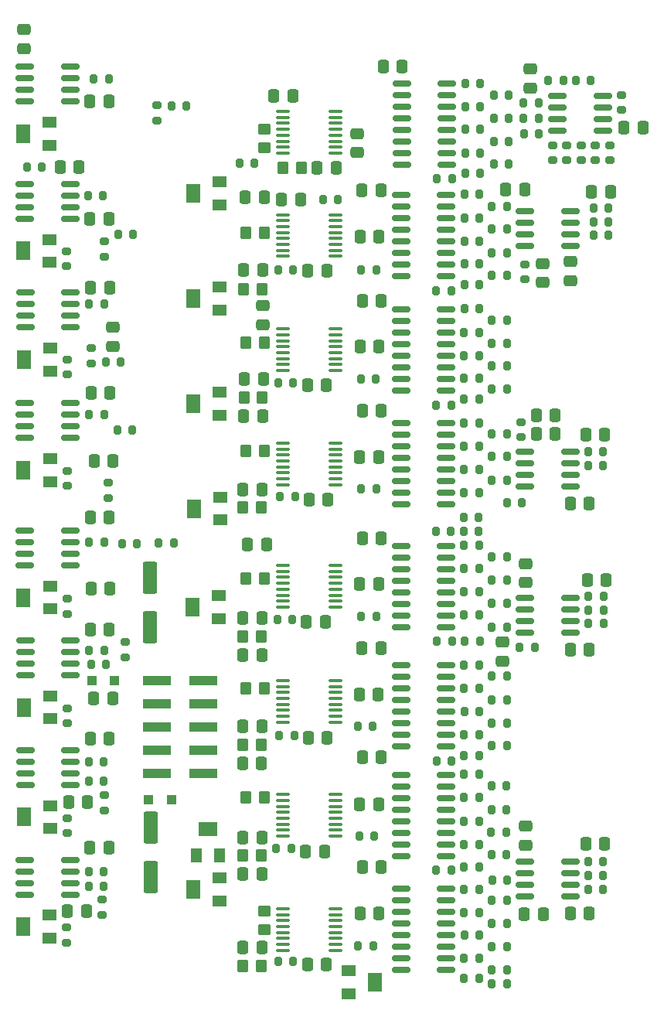
<source format=gbr>
%TF.GenerationSoftware,KiCad,Pcbnew,(6.0.1)*%
%TF.CreationDate,2023-07-08T21:36:50-07:00*%
%TF.ProjectId,pipes_sub,70697065-735f-4737-9562-2e6b69636164,rev?*%
%TF.SameCoordinates,Original*%
%TF.FileFunction,Paste,Bot*%
%TF.FilePolarity,Positive*%
%FSLAX46Y46*%
G04 Gerber Fmt 4.6, Leading zero omitted, Abs format (unit mm)*
G04 Created by KiCad (PCBNEW (6.0.1)) date 2023-07-08 21:36:50*
%MOMM*%
%LPD*%
G01*
G04 APERTURE LIST*
G04 Aperture macros list*
%AMRoundRect*
0 Rectangle with rounded corners*
0 $1 Rounding radius*
0 $2 $3 $4 $5 $6 $7 $8 $9 X,Y pos of 4 corners*
0 Add a 4 corners polygon primitive as box body*
4,1,4,$2,$3,$4,$5,$6,$7,$8,$9,$2,$3,0*
0 Add four circle primitives for the rounded corners*
1,1,$1+$1,$2,$3*
1,1,$1+$1,$4,$5*
1,1,$1+$1,$6,$7*
1,1,$1+$1,$8,$9*
0 Add four rect primitives between the rounded corners*
20,1,$1+$1,$2,$3,$4,$5,0*
20,1,$1+$1,$4,$5,$6,$7,0*
20,1,$1+$1,$6,$7,$8,$9,0*
20,1,$1+$1,$8,$9,$2,$3,0*%
G04 Aperture macros list end*
%ADD10R,1.600000X1.300000*%
%ADD11R,1.600000X2.000000*%
%ADD12RoundRect,0.200000X0.200000X0.275000X-0.200000X0.275000X-0.200000X-0.275000X0.200000X-0.275000X0*%
%ADD13RoundRect,0.200000X-0.275000X0.200000X-0.275000X-0.200000X0.275000X-0.200000X0.275000X0.200000X0*%
%ADD14RoundRect,0.150000X0.825000X0.150000X-0.825000X0.150000X-0.825000X-0.150000X0.825000X-0.150000X0*%
%ADD15RoundRect,0.250000X0.350000X0.450000X-0.350000X0.450000X-0.350000X-0.450000X0.350000X-0.450000X0*%
%ADD16RoundRect,0.200000X-0.200000X-0.275000X0.200000X-0.275000X0.200000X0.275000X-0.200000X0.275000X0*%
%ADD17RoundRect,0.250000X0.475000X-0.337500X0.475000X0.337500X-0.475000X0.337500X-0.475000X-0.337500X0*%
%ADD18RoundRect,0.250000X-0.337500X-0.475000X0.337500X-0.475000X0.337500X0.475000X-0.337500X0.475000X0*%
%ADD19RoundRect,0.250000X0.337500X0.475000X-0.337500X0.475000X-0.337500X-0.475000X0.337500X-0.475000X0*%
%ADD20RoundRect,0.250000X-0.475000X0.337500X-0.475000X-0.337500X0.475000X-0.337500X0.475000X0.337500X0*%
%ADD21RoundRect,0.100000X0.637500X0.100000X-0.637500X0.100000X-0.637500X-0.100000X0.637500X-0.100000X0*%
%ADD22R,3.150000X1.000000*%
%ADD23R,1.300000X1.600000*%
%ADD24R,2.000000X1.600000*%
%ADD25R,1.000000X1.000000*%
%ADD26RoundRect,0.250000X-0.550000X1.500000X-0.550000X-1.500000X0.550000X-1.500000X0.550000X1.500000X0*%
%ADD27RoundRect,0.250000X-0.450000X0.350000X-0.450000X-0.350000X0.450000X-0.350000X0.450000X0.350000X0*%
%ADD28RoundRect,0.200000X0.275000X-0.200000X0.275000X0.200000X-0.275000X0.200000X-0.275000X-0.200000X0*%
%ADD29RoundRect,0.250000X-0.350000X-0.450000X0.350000X-0.450000X0.350000X0.450000X-0.350000X0.450000X0*%
G04 APERTURE END LIST*
D10*
%TO.C,RV9*%
X44170000Y-103390000D03*
D11*
X41270000Y-104640000D03*
D10*
X44170000Y-105890000D03*
%TD*%
%TO.C,RV8*%
X44160000Y-139420000D03*
D11*
X41260000Y-140670000D03*
D10*
X44160000Y-141920000D03*
%TD*%
%TO.C,RV7*%
X44150000Y-65430000D03*
D11*
X41250000Y-66680000D03*
D10*
X44150000Y-67930000D03*
%TD*%
%TO.C,RV6*%
X44180000Y-89460000D03*
D11*
X41280000Y-90710000D03*
D10*
X44180000Y-91960000D03*
%TD*%
%TO.C,RV5*%
X44210000Y-127420000D03*
D11*
X41310000Y-128670000D03*
D10*
X44210000Y-129920000D03*
%TD*%
%TO.C,RV4*%
X44140000Y-52610000D03*
D11*
X41240000Y-53860000D03*
D10*
X44140000Y-55110000D03*
%TD*%
%TO.C,RV3*%
X44210000Y-77320000D03*
D11*
X41310000Y-78570000D03*
D10*
X44210000Y-79820000D03*
%TD*%
%TO.C,RV2*%
X44220000Y-115400000D03*
D11*
X41320000Y-116650000D03*
D10*
X44220000Y-117900000D03*
%TD*%
D12*
%TO.C,R138*%
X97275000Y-110100000D03*
X95625000Y-110100000D03*
%TD*%
D13*
%TO.C,R66*%
X46000000Y-140775000D03*
X46000000Y-142425000D03*
%TD*%
D14*
%TO.C,U3*%
X87675000Y-48355000D03*
X87675000Y-49625000D03*
X87675000Y-50895000D03*
X87675000Y-52165000D03*
X87675000Y-53435000D03*
X87675000Y-54705000D03*
X87675000Y-55975000D03*
X87675000Y-57245000D03*
X82725000Y-57245000D03*
X82725000Y-55975000D03*
X82725000Y-54705000D03*
X82725000Y-53435000D03*
X82725000Y-52165000D03*
X82725000Y-50895000D03*
X82725000Y-49625000D03*
X82725000Y-48355000D03*
%TD*%
D15*
%TO.C,R36*%
X67650000Y-126550000D03*
X65650000Y-126550000D03*
%TD*%
D12*
%TO.C,R39*%
X70725000Y-107000000D03*
X69075000Y-107000000D03*
%TD*%
D16*
%TO.C,R82*%
X89575000Y-65600000D03*
X91225000Y-65600000D03*
%TD*%
%TO.C,R27*%
X89525000Y-78150000D03*
X91175000Y-78150000D03*
%TD*%
D17*
%TO.C,C8*%
X96800000Y-48837500D03*
X96800000Y-46762500D03*
%TD*%
D18*
%TO.C,C28*%
X72262500Y-107300000D03*
X74337500Y-107300000D03*
%TD*%
D19*
%TO.C,C9*%
X109137500Y-53230000D03*
X107062500Y-53230000D03*
%TD*%
D16*
%TO.C,R63*%
X48425000Y-134650000D03*
X50075000Y-134650000D03*
%TD*%
D13*
%TO.C,R14*%
X100790000Y-55115000D03*
X100790000Y-56765000D03*
%TD*%
D19*
%TO.C,C40*%
X67387500Y-110900000D03*
X65312500Y-110900000D03*
%TD*%
D16*
%TO.C,R105*%
X92525000Y-132800000D03*
X94175000Y-132800000D03*
%TD*%
D13*
%TO.C,R158*%
X52400000Y-109525000D03*
X52400000Y-111175000D03*
%TD*%
D16*
%TO.C,R79*%
X89575000Y-63100000D03*
X91225000Y-63100000D03*
%TD*%
D12*
%TO.C,R30*%
X70835000Y-68770000D03*
X69185000Y-68770000D03*
%TD*%
D16*
%TO.C,R47*%
X48445000Y-72520000D03*
X50095000Y-72520000D03*
%TD*%
%TO.C,R137*%
X92625000Y-135550000D03*
X94275000Y-135550000D03*
%TD*%
D13*
%TO.C,R98*%
X95750000Y-85425000D03*
X95750000Y-87075000D03*
%TD*%
D12*
%TO.C,R78*%
X104775000Y-88650000D03*
X103125000Y-88650000D03*
%TD*%
D16*
%TO.C,R73*%
X89525000Y-80650000D03*
X91175000Y-80650000D03*
%TD*%
D10*
%TO.C,RV17*%
X62700000Y-104450000D03*
D11*
X59800000Y-105700000D03*
D10*
X62700000Y-106950000D03*
%TD*%
D12*
%TO.C,R76*%
X104775000Y-90200000D03*
X103125000Y-90200000D03*
%TD*%
D10*
%TO.C,RV13*%
X62850000Y-93650000D03*
D11*
X59950000Y-94900000D03*
D10*
X62850000Y-96150000D03*
%TD*%
D15*
%TO.C,R32*%
X67650000Y-88550000D03*
X65650000Y-88550000D03*
%TD*%
D16*
%TO.C,R143*%
X89675000Y-58150000D03*
X91325000Y-58150000D03*
%TD*%
D19*
%TO.C,C57*%
X50637500Y-63150000D03*
X48562500Y-63150000D03*
%TD*%
D14*
%TO.C,U38*%
X101175000Y-104695000D03*
X101175000Y-105965000D03*
X101175000Y-107235000D03*
X101175000Y-108505000D03*
X96225000Y-108505000D03*
X96225000Y-107235000D03*
X96225000Y-105965000D03*
X96225000Y-104695000D03*
%TD*%
D18*
%TO.C,C64*%
X48612500Y-108120000D03*
X50687500Y-108120000D03*
%TD*%
D12*
%TO.C,R38*%
X70825000Y-144500000D03*
X69175000Y-144500000D03*
%TD*%
D13*
%TO.C,R13*%
X99210000Y-55115000D03*
X99210000Y-56765000D03*
%TD*%
D18*
%TO.C,C52*%
X78150000Y-139250000D03*
X80225000Y-139250000D03*
%TD*%
D19*
%TO.C,C36*%
X80467500Y-84140000D03*
X78392500Y-84140000D03*
%TD*%
D13*
%TO.C,R50*%
X46100000Y-116775000D03*
X46100000Y-118425000D03*
%TD*%
D17*
%TO.C,C12*%
X101200000Y-69937500D03*
X101200000Y-67862500D03*
%TD*%
D18*
%TO.C,C27*%
X72362500Y-144800000D03*
X74437500Y-144800000D03*
%TD*%
D19*
%TO.C,C10*%
X103237500Y-94350000D03*
X101162500Y-94350000D03*
%TD*%
D18*
%TO.C,C75*%
X96112500Y-139300000D03*
X98187500Y-139300000D03*
%TD*%
D17*
%TO.C,C54*%
X41300000Y-44537500D03*
X41300000Y-42462500D03*
%TD*%
D20*
%TO.C,C1*%
X77800000Y-53862500D03*
X77800000Y-55937500D03*
%TD*%
D21*
%TO.C,U10*%
X75422500Y-87725000D03*
X75422500Y-88375000D03*
X75422500Y-89025000D03*
X75422500Y-89675000D03*
X75422500Y-90325000D03*
X75422500Y-90975000D03*
X75422500Y-91625000D03*
X75422500Y-92275000D03*
X69697500Y-92275000D03*
X69697500Y-91625000D03*
X69697500Y-90975000D03*
X69697500Y-90325000D03*
X69697500Y-89675000D03*
X69697500Y-89025000D03*
X69697500Y-88375000D03*
X69697500Y-87725000D03*
%TD*%
D14*
%TO.C,U9*%
X101175000Y-88655000D03*
X101175000Y-89925000D03*
X101175000Y-91195000D03*
X101175000Y-92465000D03*
X96225000Y-92465000D03*
X96225000Y-91195000D03*
X96225000Y-89925000D03*
X96225000Y-88655000D03*
%TD*%
D16*
%TO.C,R7*%
X92775000Y-52165000D03*
X94425000Y-52165000D03*
%TD*%
%TO.C,R108*%
X89525000Y-106550000D03*
X91175000Y-106550000D03*
%TD*%
%TO.C,R65*%
X48455000Y-98580000D03*
X50105000Y-98580000D03*
%TD*%
%TO.C,R114*%
X89525000Y-124000000D03*
X91175000Y-124000000D03*
%TD*%
D19*
%TO.C,C41*%
X67337500Y-122750000D03*
X65262500Y-122750000D03*
%TD*%
D14*
%TO.C,U19*%
X87585000Y-98955000D03*
X87585000Y-100225000D03*
X87585000Y-101495000D03*
X87585000Y-102765000D03*
X87585000Y-104035000D03*
X87585000Y-105305000D03*
X87585000Y-106575000D03*
X87585000Y-107845000D03*
X82635000Y-107845000D03*
X82635000Y-106575000D03*
X82635000Y-105305000D03*
X82635000Y-104035000D03*
X82635000Y-102765000D03*
X82635000Y-101495000D03*
X82635000Y-100225000D03*
X82635000Y-98955000D03*
%TD*%
D22*
%TO.C,J2*%
X60975000Y-113770000D03*
X55925000Y-113770000D03*
X60975000Y-116310000D03*
X55925000Y-116310000D03*
X60975000Y-118850000D03*
X55925000Y-118850000D03*
X60975000Y-121390000D03*
X55925000Y-121390000D03*
X60975000Y-123930000D03*
X55925000Y-123930000D03*
%TD*%
D23*
%TO.C,RV10*%
X62750000Y-132850000D03*
D24*
X61500000Y-129950000D03*
D23*
X60250000Y-132850000D03*
%TD*%
D16*
%TO.C,R135*%
X92575000Y-118350000D03*
X94225000Y-118350000D03*
%TD*%
D12*
%TO.C,R29*%
X71025000Y-93600000D03*
X69375000Y-93600000D03*
%TD*%
D21*
%TO.C,U17*%
X75422500Y-101125000D03*
X75422500Y-101775000D03*
X75422500Y-102425000D03*
X75422500Y-103075000D03*
X75422500Y-103725000D03*
X75422500Y-104375000D03*
X75422500Y-105025000D03*
X75422500Y-105675000D03*
X69697500Y-105675000D03*
X69697500Y-105025000D03*
X69697500Y-104375000D03*
X69697500Y-103725000D03*
X69697500Y-103075000D03*
X69697500Y-102425000D03*
X69697500Y-101775000D03*
X69697500Y-101125000D03*
%TD*%
D19*
%TO.C,C23*%
X67387500Y-92800000D03*
X65312500Y-92800000D03*
%TD*%
D16*
%TO.C,R70*%
X92775000Y-54700000D03*
X94425000Y-54700000D03*
%TD*%
D12*
%TO.C,R161*%
X51925000Y-78850000D03*
X50275000Y-78850000D03*
%TD*%
%TO.C,R20*%
X70925000Y-119700000D03*
X69275000Y-119700000D03*
%TD*%
D15*
%TO.C,R43*%
X67300000Y-108900000D03*
X65300000Y-108900000D03*
%TD*%
D19*
%TO.C,C42*%
X80447500Y-110140000D03*
X78372500Y-110140000D03*
%TD*%
D18*
%TO.C,C56*%
X45292500Y-57530000D03*
X47367500Y-57530000D03*
%TD*%
D12*
%TO.C,R71*%
X105375000Y-63500000D03*
X103725000Y-63500000D03*
%TD*%
D19*
%TO.C,C3*%
X105575000Y-60200000D03*
X103500000Y-60200000D03*
%TD*%
D21*
%TO.C,U12*%
X75422500Y-126205000D03*
X75422500Y-126855000D03*
X75422500Y-127505000D03*
X75422500Y-128155000D03*
X75422500Y-128805000D03*
X75422500Y-129455000D03*
X75422500Y-130105000D03*
X75422500Y-130755000D03*
X69697500Y-130755000D03*
X69697500Y-130105000D03*
X69697500Y-129455000D03*
X69697500Y-128805000D03*
X69697500Y-128155000D03*
X69697500Y-127505000D03*
X69697500Y-126855000D03*
X69697500Y-126205000D03*
%TD*%
D19*
%TO.C,C61*%
X51070000Y-89700000D03*
X48995000Y-89700000D03*
%TD*%
D16*
%TO.C,R87*%
X92575000Y-61800000D03*
X94225000Y-61800000D03*
%TD*%
D19*
%TO.C,C26*%
X103237500Y-139200000D03*
X101162500Y-139200000D03*
%TD*%
D16*
%TO.C,R86*%
X89525000Y-90600000D03*
X91175000Y-90600000D03*
%TD*%
D18*
%TO.C,C15*%
X72362500Y-81400000D03*
X74437500Y-81400000D03*
%TD*%
D16*
%TO.C,R46*%
X78225000Y-80750000D03*
X79875000Y-80750000D03*
%TD*%
%TO.C,R141*%
X86575000Y-58800000D03*
X88225000Y-58800000D03*
%TD*%
D15*
%TO.C,R41*%
X67300000Y-144950000D03*
X65300000Y-144950000D03*
%TD*%
D16*
%TO.C,R75*%
X92575000Y-79300000D03*
X94225000Y-79300000D03*
%TD*%
%TO.C,R153*%
X89525000Y-146300000D03*
X91175000Y-146300000D03*
%TD*%
D18*
%TO.C,C20*%
X72562500Y-93900000D03*
X74637500Y-93900000D03*
%TD*%
D16*
%TO.C,R74*%
X89550000Y-73000000D03*
X91200000Y-73000000D03*
%TD*%
D19*
%TO.C,C70*%
X104937500Y-86800000D03*
X102862500Y-86800000D03*
%TD*%
D16*
%TO.C,R19*%
X92575000Y-76850000D03*
X94225000Y-76850000D03*
%TD*%
D25*
%TO.C,D1*%
X51250000Y-113700000D03*
X48750000Y-113700000D03*
%TD*%
D21*
%TO.C,U4*%
X75422500Y-113725000D03*
X75422500Y-114375000D03*
X75422500Y-115025000D03*
X75422500Y-115675000D03*
X75422500Y-116325000D03*
X75422500Y-116975000D03*
X75422500Y-117625000D03*
X75422500Y-118275000D03*
X69697500Y-118275000D03*
X69697500Y-117625000D03*
X69697500Y-116975000D03*
X69697500Y-116325000D03*
X69697500Y-115675000D03*
X69697500Y-115025000D03*
X69697500Y-114375000D03*
X69697500Y-113725000D03*
%TD*%
D17*
%TO.C,C59*%
X51100000Y-77137500D03*
X51100000Y-75062500D03*
%TD*%
D16*
%TO.C,R155*%
X92575000Y-146950000D03*
X94225000Y-146950000D03*
%TD*%
D12*
%TO.C,R21*%
X70825000Y-81100000D03*
X69175000Y-81100000D03*
%TD*%
D16*
%TO.C,R102*%
X89525000Y-104000000D03*
X91175000Y-104000000D03*
%TD*%
D17*
%TO.C,C31*%
X67500000Y-74775000D03*
X67500000Y-72700000D03*
%TD*%
D19*
%TO.C,C55*%
X50637500Y-50350000D03*
X48562500Y-50350000D03*
%TD*%
D18*
%TO.C,C48*%
X69562500Y-61100000D03*
X71637500Y-61100000D03*
%TD*%
D16*
%TO.C,R53*%
X78075000Y-130750000D03*
X79725000Y-130750000D03*
%TD*%
%TO.C,R115*%
X92500000Y-130350000D03*
X94150000Y-130350000D03*
%TD*%
D13*
%TO.C,R1*%
X106750000Y-49625000D03*
X106750000Y-51275000D03*
%TD*%
D16*
%TO.C,R122*%
X89550000Y-141600000D03*
X91200000Y-141600000D03*
%TD*%
%TO.C,R127*%
X92575000Y-137750000D03*
X94225000Y-137750000D03*
%TD*%
%TO.C,R145*%
X86475000Y-71050000D03*
X88125000Y-71050000D03*
%TD*%
D13*
%TO.C,R59*%
X46050000Y-128775000D03*
X46050000Y-130425000D03*
%TD*%
D10*
%TO.C,RV11*%
X62750000Y-82150000D03*
D11*
X59850000Y-83400000D03*
D10*
X62750000Y-84650000D03*
%TD*%
D14*
%TO.C,U31*%
X46375000Y-59355000D03*
X46375000Y-60625000D03*
X46375000Y-61895000D03*
X46375000Y-63165000D03*
X41425000Y-63165000D03*
X41425000Y-61895000D03*
X41425000Y-60625000D03*
X41425000Y-59355000D03*
%TD*%
D26*
%TO.C,C29*%
X55150000Y-102500000D03*
X55150000Y-107900000D03*
%TD*%
D16*
%TO.C,R45*%
X48475000Y-110450000D03*
X50125000Y-110450000D03*
%TD*%
D17*
%TO.C,C19*%
X96250000Y-131737500D03*
X96250000Y-129662500D03*
%TD*%
D16*
%TO.C,R85*%
X89500000Y-95850000D03*
X91150000Y-95850000D03*
%TD*%
D12*
%TO.C,R139*%
X100425000Y-48000000D03*
X98775000Y-48000000D03*
%TD*%
D16*
%TO.C,R100*%
X92575000Y-102750000D03*
X94225000Y-102750000D03*
%TD*%
D12*
%TO.C,R12*%
X97725000Y-53860000D03*
X96075000Y-53860000D03*
%TD*%
D10*
%TO.C,RV14*%
X62750000Y-70650000D03*
D11*
X59850000Y-71900000D03*
D10*
X62750000Y-73150000D03*
%TD*%
D16*
%TO.C,R101*%
X92575000Y-107850000D03*
X94225000Y-107850000D03*
%TD*%
%TO.C,R129*%
X89525000Y-136550000D03*
X91175000Y-136550000D03*
%TD*%
D15*
%TO.C,R26*%
X67450000Y-82750000D03*
X65450000Y-82750000D03*
%TD*%
D18*
%TO.C,C14*%
X72462500Y-120000000D03*
X74537500Y-120000000D03*
%TD*%
D10*
%TO.C,RV1*%
X62750000Y-59150000D03*
D11*
X59850000Y-60400000D03*
D10*
X62750000Y-61650000D03*
%TD*%
D14*
%TO.C,U13*%
X87585000Y-85555000D03*
X87585000Y-86825000D03*
X87585000Y-88095000D03*
X87585000Y-89365000D03*
X87585000Y-90635000D03*
X87585000Y-91905000D03*
X87585000Y-93175000D03*
X87585000Y-94445000D03*
X82635000Y-94445000D03*
X82635000Y-93175000D03*
X82635000Y-91905000D03*
X82635000Y-90635000D03*
X82635000Y-89365000D03*
X82635000Y-88095000D03*
X82635000Y-86825000D03*
X82635000Y-85555000D03*
%TD*%
D16*
%TO.C,R49*%
X48975000Y-47850000D03*
X50625000Y-47850000D03*
%TD*%
D14*
%TO.C,U30*%
X46405000Y-83335000D03*
X46405000Y-84605000D03*
X46405000Y-85875000D03*
X46405000Y-87145000D03*
X41455000Y-87145000D03*
X41455000Y-85875000D03*
X41455000Y-84605000D03*
X41455000Y-83335000D03*
%TD*%
D12*
%TO.C,R3*%
X66575000Y-57100000D03*
X64925000Y-57100000D03*
%TD*%
D16*
%TO.C,R142*%
X86475000Y-83550000D03*
X88125000Y-83550000D03*
%TD*%
%TO.C,R125*%
X92575000Y-120850000D03*
X94225000Y-120850000D03*
%TD*%
D19*
%TO.C,C44*%
X67387500Y-134900000D03*
X65312500Y-134900000D03*
%TD*%
D18*
%TO.C,C62*%
X48592500Y-95870000D03*
X50667500Y-95870000D03*
%TD*%
D16*
%TO.C,R62*%
X77925000Y-142750000D03*
X79575000Y-142750000D03*
%TD*%
D27*
%TO.C,R40*%
X67650000Y-139000000D03*
X67650000Y-141000000D03*
%TD*%
D12*
%TO.C,R168*%
X50075000Y-136250000D03*
X48425000Y-136250000D03*
%TD*%
D15*
%TO.C,R34*%
X67650000Y-64700000D03*
X65650000Y-64700000D03*
%TD*%
D16*
%TO.C,R44*%
X77875000Y-118700000D03*
X79525000Y-118700000D03*
%TD*%
%TO.C,R8*%
X92775000Y-57200000D03*
X94425000Y-57200000D03*
%TD*%
D12*
%TO.C,R140*%
X103425000Y-48000000D03*
X101775000Y-48000000D03*
%TD*%
D14*
%TO.C,U18*%
X87585000Y-136535000D03*
X87585000Y-137805000D03*
X87585000Y-139075000D03*
X87585000Y-140345000D03*
X87585000Y-141615000D03*
X87585000Y-142885000D03*
X87585000Y-144155000D03*
X87585000Y-145425000D03*
X82635000Y-145425000D03*
X82635000Y-144155000D03*
X82635000Y-142885000D03*
X82635000Y-141615000D03*
X82635000Y-140345000D03*
X82635000Y-139075000D03*
X82635000Y-137805000D03*
X82635000Y-136535000D03*
%TD*%
D16*
%TO.C,R128*%
X89525000Y-144150000D03*
X91175000Y-144150000D03*
%TD*%
D18*
%TO.C,C58*%
X48642500Y-70680000D03*
X50717500Y-70680000D03*
%TD*%
D19*
%TO.C,C7*%
X82737500Y-46500000D03*
X80662500Y-46500000D03*
%TD*%
%TO.C,C65*%
X51057500Y-115710000D03*
X48982500Y-115710000D03*
%TD*%
D28*
%TO.C,R164*%
X50100000Y-67325000D03*
X50100000Y-65675000D03*
%TD*%
D18*
%TO.C,C60*%
X48662500Y-82240000D03*
X50737500Y-82240000D03*
%TD*%
D16*
%TO.C,R120*%
X92575000Y-140300000D03*
X94225000Y-140300000D03*
%TD*%
%TO.C,R90*%
X92575000Y-66900000D03*
X94225000Y-66900000D03*
%TD*%
D12*
%TO.C,R162*%
X50075000Y-124700000D03*
X48425000Y-124700000D03*
%TD*%
D28*
%TO.C,R163*%
X50600000Y-93725000D03*
X50600000Y-92075000D03*
%TD*%
D14*
%TO.C,U39*%
X101175000Y-133520000D03*
X101175000Y-134790000D03*
X101175000Y-136060000D03*
X101175000Y-137330000D03*
X96225000Y-137330000D03*
X96225000Y-136060000D03*
X96225000Y-134790000D03*
X96225000Y-133520000D03*
%TD*%
D12*
%TO.C,R160*%
X50325000Y-111950000D03*
X48675000Y-111950000D03*
%TD*%
D16*
%TO.C,R126*%
X89550000Y-117100000D03*
X91200000Y-117100000D03*
%TD*%
D18*
%TO.C,C11*%
X97462500Y-86750000D03*
X99537500Y-86750000D03*
%TD*%
D16*
%TO.C,R107*%
X92575000Y-100150000D03*
X94225000Y-100150000D03*
%TD*%
D28*
%TO.C,R159*%
X48700000Y-78975000D03*
X48700000Y-77325000D03*
%TD*%
D19*
%TO.C,C6*%
X70787500Y-49750000D03*
X68712500Y-49750000D03*
%TD*%
D12*
%TO.C,R77*%
X105375000Y-62000000D03*
X103725000Y-62000000D03*
%TD*%
D17*
%TO.C,C71*%
X98150000Y-70137500D03*
X98150000Y-68062500D03*
%TD*%
D16*
%TO.C,R18*%
X89525000Y-75600000D03*
X91175000Y-75600000D03*
%TD*%
D28*
%TO.C,R166*%
X50100000Y-127925000D03*
X50100000Y-126275000D03*
%TD*%
D16*
%TO.C,R112*%
X92525000Y-125250000D03*
X94175000Y-125250000D03*
%TD*%
D19*
%TO.C,C25*%
X67387500Y-130900000D03*
X65312500Y-130900000D03*
%TD*%
%TO.C,C63*%
X50737500Y-103650000D03*
X48662500Y-103650000D03*
%TD*%
D16*
%TO.C,R55*%
X78275000Y-92700000D03*
X79925000Y-92700000D03*
%TD*%
D14*
%TO.C,U14*%
X87585000Y-124035000D03*
X87585000Y-125305000D03*
X87585000Y-126575000D03*
X87585000Y-127845000D03*
X87585000Y-129115000D03*
X87585000Y-130385000D03*
X87585000Y-131655000D03*
X87585000Y-132925000D03*
X82635000Y-132925000D03*
X82635000Y-131655000D03*
X82635000Y-130385000D03*
X82635000Y-129115000D03*
X82635000Y-127845000D03*
X82635000Y-126575000D03*
X82635000Y-125305000D03*
X82635000Y-124035000D03*
%TD*%
D12*
%TO.C,R136*%
X104825000Y-107500000D03*
X103175000Y-107500000D03*
%TD*%
D18*
%TO.C,C50*%
X78112500Y-89250000D03*
X80187500Y-89250000D03*
%TD*%
%TO.C,C18*%
X65462500Y-80750000D03*
X67537500Y-80750000D03*
%TD*%
D17*
%TO.C,C13*%
X96250000Y-102987500D03*
X96250000Y-100912500D03*
%TD*%
D18*
%TO.C,C49*%
X78112500Y-127250000D03*
X80187500Y-127250000D03*
%TD*%
D16*
%TO.C,R48*%
X74075000Y-61100000D03*
X75725000Y-61100000D03*
%TD*%
D19*
%TO.C,C38*%
X67387500Y-106900000D03*
X65312500Y-106900000D03*
%TD*%
D21*
%TO.C,U1*%
X75422500Y-51425000D03*
X75422500Y-52075000D03*
X75422500Y-52725000D03*
X75422500Y-53375000D03*
X75422500Y-54025000D03*
X75422500Y-54675000D03*
X75422500Y-55325000D03*
X75422500Y-55975000D03*
X69697500Y-55975000D03*
X69697500Y-55325000D03*
X69697500Y-54675000D03*
X69697500Y-54025000D03*
X69697500Y-53375000D03*
X69697500Y-52725000D03*
X69697500Y-52075000D03*
X69697500Y-51425000D03*
%TD*%
D19*
%TO.C,C33*%
X67487500Y-84750000D03*
X65412500Y-84750000D03*
%TD*%
D18*
%TO.C,C66*%
X48592500Y-120050000D03*
X50667500Y-120050000D03*
%TD*%
D16*
%TO.C,R54*%
X48425000Y-122650000D03*
X50075000Y-122650000D03*
%TD*%
D21*
%TO.C,U5*%
X75422500Y-75225000D03*
X75422500Y-75875000D03*
X75422500Y-76525000D03*
X75422500Y-77175000D03*
X75422500Y-77825000D03*
X75422500Y-78475000D03*
X75422500Y-79125000D03*
X75422500Y-79775000D03*
X69697500Y-79775000D03*
X69697500Y-79125000D03*
X69697500Y-78475000D03*
X69697500Y-77825000D03*
X69697500Y-77175000D03*
X69697500Y-76525000D03*
X69697500Y-75875000D03*
X69697500Y-75225000D03*
%TD*%
D19*
%TO.C,C45*%
X80457500Y-134130000D03*
X78382500Y-134130000D03*
%TD*%
D18*
%TO.C,C21*%
X72442500Y-68860000D03*
X74517500Y-68860000D03*
%TD*%
D16*
%TO.C,R171*%
X52075000Y-98700000D03*
X53725000Y-98700000D03*
%TD*%
%TO.C,R57*%
X78275000Y-68800000D03*
X79925000Y-68800000D03*
%TD*%
D18*
%TO.C,C51*%
X78122500Y-65140000D03*
X80197500Y-65140000D03*
%TD*%
D19*
%TO.C,C34*%
X80467500Y-72160000D03*
X78392500Y-72160000D03*
%TD*%
D12*
%TO.C,R169*%
X57725000Y-98650000D03*
X56075000Y-98650000D03*
%TD*%
D18*
%TO.C,C22*%
X72162500Y-132400000D03*
X74237500Y-132400000D03*
%TD*%
D10*
%TO.C,RV15*%
X62787500Y-135350000D03*
D11*
X59887500Y-136600000D03*
D10*
X62787500Y-137850000D03*
%TD*%
D15*
%TO.C,R35*%
X67410000Y-70850000D03*
X65410000Y-70850000D03*
%TD*%
D18*
%TO.C,C24*%
X65392500Y-68790000D03*
X67467500Y-68790000D03*
%TD*%
D15*
%TO.C,R42*%
X67650000Y-102550000D03*
X65650000Y-102550000D03*
%TD*%
D28*
%TO.C,R97*%
X96200000Y-69825000D03*
X96200000Y-68175000D03*
%TD*%
D16*
%TO.C,R68*%
X89675000Y-56000000D03*
X91325000Y-56000000D03*
%TD*%
%TO.C,R154*%
X86525000Y-122500000D03*
X88175000Y-122500000D03*
%TD*%
%TO.C,R84*%
X92575000Y-89200000D03*
X94225000Y-89200000D03*
%TD*%
%TO.C,R69*%
X89675000Y-48370000D03*
X91325000Y-48370000D03*
%TD*%
D12*
%TO.C,R11*%
X97715000Y-52210000D03*
X96065000Y-52210000D03*
%TD*%
D16*
%TO.C,R72*%
X92575000Y-74300000D03*
X94225000Y-74300000D03*
%TD*%
D14*
%TO.C,U6*%
X101175000Y-62295000D03*
X101175000Y-63565000D03*
X101175000Y-64835000D03*
X101175000Y-66105000D03*
X96225000Y-66105000D03*
X96225000Y-64835000D03*
X96225000Y-63565000D03*
X96225000Y-62295000D03*
%TD*%
D15*
%TO.C,R33*%
X67300000Y-94800000D03*
X65300000Y-94800000D03*
%TD*%
D27*
%TO.C,R4*%
X67700000Y-53400000D03*
X67700000Y-55400000D03*
%TD*%
D19*
%TO.C,C30*%
X67657500Y-60810000D03*
X65582500Y-60810000D03*
%TD*%
D13*
%TO.C,R51*%
X46060000Y-78575000D03*
X46060000Y-80225000D03*
%TD*%
D26*
%TO.C,C4*%
X55250000Y-129800000D03*
X55250000Y-135200000D03*
%TD*%
D12*
%TO.C,R118*%
X104775000Y-133500000D03*
X103125000Y-133500000D03*
%TD*%
D16*
%TO.C,R134*%
X89525000Y-112050000D03*
X91175000Y-112050000D03*
%TD*%
%TO.C,R81*%
X92575000Y-69400000D03*
X94225000Y-69400000D03*
%TD*%
D14*
%TO.C,U25*%
X46375000Y-46545000D03*
X46375000Y-47815000D03*
X46375000Y-49085000D03*
X46375000Y-50355000D03*
X41425000Y-50355000D03*
X41425000Y-49085000D03*
X41425000Y-47815000D03*
X41425000Y-46545000D03*
%TD*%
D16*
%TO.C,R121*%
X92575000Y-145400000D03*
X94225000Y-145400000D03*
%TD*%
%TO.C,R92*%
X92575000Y-86750000D03*
X94225000Y-86750000D03*
%TD*%
%TO.C,R123*%
X89525000Y-114600000D03*
X91175000Y-114600000D03*
%TD*%
%TO.C,R146*%
X86425000Y-97400000D03*
X88075000Y-97400000D03*
%TD*%
%TO.C,R93*%
X89525000Y-93150000D03*
X91175000Y-93150000D03*
%TD*%
%TO.C,R103*%
X89525000Y-126550000D03*
X91175000Y-126550000D03*
%TD*%
%TO.C,R9*%
X89675000Y-53400000D03*
X91325000Y-53400000D03*
%TD*%
D14*
%TO.C,U29*%
X46425000Y-121355000D03*
X46425000Y-122625000D03*
X46425000Y-123895000D03*
X46425000Y-125165000D03*
X41475000Y-125165000D03*
X41475000Y-123895000D03*
X41475000Y-122625000D03*
X41475000Y-121355000D03*
%TD*%
D21*
%TO.C,U11*%
X75422500Y-62725000D03*
X75422500Y-63375000D03*
X75422500Y-64025000D03*
X75422500Y-64675000D03*
X75422500Y-65325000D03*
X75422500Y-65975000D03*
X75422500Y-66625000D03*
X75422500Y-67275000D03*
X69697500Y-67275000D03*
X69697500Y-66625000D03*
X69697500Y-65975000D03*
X69697500Y-65325000D03*
X69697500Y-64675000D03*
X69697500Y-64025000D03*
X69697500Y-63375000D03*
X69697500Y-62725000D03*
%TD*%
D13*
%TO.C,R67*%
X46050000Y-104775000D03*
X46050000Y-106425000D03*
%TD*%
D15*
%TO.C,R23*%
X67650000Y-114550000D03*
X65650000Y-114550000D03*
%TD*%
D16*
%TO.C,R106*%
X89525000Y-129100000D03*
X91175000Y-129100000D03*
%TD*%
D18*
%TO.C,C2*%
X73462500Y-57600000D03*
X75537500Y-57600000D03*
%TD*%
D19*
%TO.C,C17*%
X67387500Y-118750000D03*
X65312500Y-118750000D03*
%TD*%
D21*
%TO.C,U16*%
X75422500Y-138705000D03*
X75422500Y-139355000D03*
X75422500Y-140005000D03*
X75422500Y-140655000D03*
X75422500Y-141305000D03*
X75422500Y-141955000D03*
X75422500Y-142605000D03*
X75422500Y-143255000D03*
X69697500Y-143255000D03*
X69697500Y-142605000D03*
X69697500Y-141955000D03*
X69697500Y-141305000D03*
X69697500Y-140655000D03*
X69697500Y-140005000D03*
X69697500Y-139355000D03*
X69697500Y-138705000D03*
%TD*%
D16*
%TO.C,R151*%
X89600000Y-109450000D03*
X91250000Y-109450000D03*
%TD*%
D19*
%TO.C,C67*%
X48287500Y-127000000D03*
X46212500Y-127000000D03*
%TD*%
%TO.C,C39*%
X80467500Y-98110000D03*
X78392500Y-98110000D03*
%TD*%
D16*
%TO.C,R149*%
X86575000Y-109450000D03*
X88225000Y-109450000D03*
%TD*%
%TO.C,R28*%
X92775000Y-49600000D03*
X94425000Y-49600000D03*
%TD*%
D15*
%TO.C,R37*%
X67300000Y-132900000D03*
X65300000Y-132900000D03*
%TD*%
D14*
%TO.C,U8*%
X87585000Y-73055000D03*
X87585000Y-74325000D03*
X87585000Y-75595000D03*
X87585000Y-76865000D03*
X87585000Y-78135000D03*
X87585000Y-79405000D03*
X87585000Y-80675000D03*
X87585000Y-81945000D03*
X82635000Y-81945000D03*
X82635000Y-80675000D03*
X82635000Y-79405000D03*
X82635000Y-78135000D03*
X82635000Y-76865000D03*
X82635000Y-75595000D03*
X82635000Y-74325000D03*
X82635000Y-73055000D03*
%TD*%
D18*
%TO.C,C47*%
X78142500Y-77120000D03*
X80217500Y-77120000D03*
%TD*%
D19*
%TO.C,C5*%
X96187500Y-60000000D03*
X94112500Y-60000000D03*
%TD*%
D16*
%TO.C,R147*%
X89550000Y-70350000D03*
X91200000Y-70350000D03*
%TD*%
D15*
%TO.C,R25*%
X67650000Y-76700000D03*
X65650000Y-76700000D03*
%TD*%
D12*
%TO.C,R52*%
X43315000Y-57520000D03*
X41665000Y-57520000D03*
%TD*%
D16*
%TO.C,R80*%
X92575000Y-64300000D03*
X94225000Y-64300000D03*
%TD*%
D19*
%TO.C,C74*%
X104937500Y-131600000D03*
X102862500Y-131600000D03*
%TD*%
D13*
%TO.C,R16*%
X103920000Y-55105000D03*
X103920000Y-56755000D03*
%TD*%
D16*
%TO.C,R58*%
X48325000Y-60600000D03*
X49975000Y-60600000D03*
%TD*%
D12*
%TO.C,R10*%
X97715000Y-50520000D03*
X96065000Y-50520000D03*
%TD*%
D16*
%TO.C,R99*%
X89525000Y-101450000D03*
X91175000Y-101450000D03*
%TD*%
%TO.C,R130*%
X92575000Y-142850000D03*
X94225000Y-142850000D03*
%TD*%
%TO.C,R22*%
X92575000Y-81800000D03*
X94225000Y-81800000D03*
%TD*%
D19*
%TO.C,C43*%
X80467500Y-122110000D03*
X78392500Y-122110000D03*
%TD*%
D14*
%TO.C,U24*%
X46417000Y-71247000D03*
X46417000Y-72517000D03*
X46417000Y-73787000D03*
X46417000Y-75057000D03*
X41467000Y-75057000D03*
X41467000Y-73787000D03*
X41467000Y-72517000D03*
X41467000Y-71247000D03*
%TD*%
D19*
%TO.C,C73*%
X105087500Y-102700000D03*
X103012500Y-102700000D03*
%TD*%
D12*
%TO.C,R96*%
X95875000Y-94250000D03*
X94225000Y-94250000D03*
%TD*%
D19*
%TO.C,C69*%
X48187500Y-139000000D03*
X46112500Y-139000000D03*
%TD*%
D13*
%TO.C,R17*%
X105500000Y-55105000D03*
X105500000Y-56755000D03*
%TD*%
D12*
%TO.C,R165*%
X53275000Y-64900000D03*
X51625000Y-64900000D03*
%TD*%
D25*
%TO.C,D2*%
X55000000Y-126750000D03*
X57500000Y-126750000D03*
%TD*%
D19*
%TO.C,C37*%
X67387500Y-142910000D03*
X65312500Y-142910000D03*
%TD*%
D16*
%TO.C,R132*%
X92575000Y-113250000D03*
X94225000Y-113250000D03*
%TD*%
%TO.C,R95*%
X92575000Y-91800000D03*
X94225000Y-91800000D03*
%TD*%
%TO.C,R110*%
X92575000Y-105250000D03*
X94225000Y-105250000D03*
%TD*%
%TO.C,R113*%
X89525000Y-131650000D03*
X91175000Y-131650000D03*
%TD*%
D29*
%TO.C,R5*%
X69700000Y-57600000D03*
X71700000Y-57600000D03*
%TD*%
D28*
%TO.C,R170*%
X49900000Y-139375000D03*
X49900000Y-137725000D03*
%TD*%
D13*
%TO.C,R60*%
X46050000Y-90775000D03*
X46050000Y-92425000D03*
%TD*%
D16*
%TO.C,R109*%
X89525000Y-98950000D03*
X91175000Y-98950000D03*
%TD*%
D12*
%TO.C,R31*%
X70625000Y-132100000D03*
X68975000Y-132100000D03*
%TD*%
D13*
%TO.C,R61*%
X45974000Y-66739000D03*
X45974000Y-68389000D03*
%TD*%
D18*
%TO.C,C46*%
X78062500Y-115250000D03*
X80137500Y-115250000D03*
%TD*%
D16*
%TO.C,R148*%
X89475000Y-97400000D03*
X91125000Y-97400000D03*
%TD*%
D19*
%TO.C,C35*%
X67887500Y-98800000D03*
X65812500Y-98800000D03*
%TD*%
D16*
%TO.C,R83*%
X89525000Y-88100000D03*
X91175000Y-88100000D03*
%TD*%
%TO.C,R104*%
X92525000Y-127850000D03*
X94175000Y-127850000D03*
%TD*%
D12*
%TO.C,R167*%
X53225000Y-86300000D03*
X51575000Y-86300000D03*
%TD*%
D16*
%TO.C,R156*%
X89525000Y-121900000D03*
X91175000Y-121900000D03*
%TD*%
D12*
%TO.C,R131*%
X104775000Y-136600000D03*
X103125000Y-136600000D03*
%TD*%
%TO.C,R111*%
X104825000Y-106000000D03*
X103175000Y-106000000D03*
%TD*%
%TO.C,R117*%
X104825000Y-104500000D03*
X103175000Y-104500000D03*
%TD*%
%TO.C,R91*%
X105375000Y-65000000D03*
X103725000Y-65000000D03*
%TD*%
D14*
%TO.C,U7*%
X87585000Y-112055000D03*
X87585000Y-113325000D03*
X87585000Y-114595000D03*
X87585000Y-115865000D03*
X87585000Y-117135000D03*
X87585000Y-118405000D03*
X87585000Y-119675000D03*
X87585000Y-120945000D03*
X82635000Y-120945000D03*
X82635000Y-119675000D03*
X82635000Y-118405000D03*
X82635000Y-117135000D03*
X82635000Y-115865000D03*
X82635000Y-114595000D03*
X82635000Y-113325000D03*
X82635000Y-112055000D03*
%TD*%
%TO.C,U35*%
X46405000Y-97315000D03*
X46405000Y-98585000D03*
X46405000Y-99855000D03*
X46405000Y-101125000D03*
X41455000Y-101125000D03*
X41455000Y-99855000D03*
X41455000Y-98585000D03*
X41455000Y-97315000D03*
%TD*%
D16*
%TO.C,R133*%
X89525000Y-119650000D03*
X91175000Y-119650000D03*
%TD*%
%TO.C,R89*%
X89575000Y-60500000D03*
X91225000Y-60500000D03*
%TD*%
%TO.C,R94*%
X89525000Y-85550000D03*
X91175000Y-85550000D03*
%TD*%
%TO.C,R64*%
X78275000Y-106700000D03*
X79925000Y-106700000D03*
%TD*%
D14*
%TO.C,U34*%
X46385000Y-133345000D03*
X46385000Y-134615000D03*
X46385000Y-135885000D03*
X46385000Y-137155000D03*
X41435000Y-137155000D03*
X41435000Y-135885000D03*
X41435000Y-134615000D03*
X41435000Y-133345000D03*
%TD*%
D16*
%TO.C,R144*%
X89525000Y-82900000D03*
X91175000Y-82900000D03*
%TD*%
D17*
%TO.C,C76*%
X93700000Y-111587500D03*
X93700000Y-109512500D03*
%TD*%
D16*
%TO.C,R119*%
X89525000Y-139100000D03*
X91175000Y-139100000D03*
%TD*%
D18*
%TO.C,C72*%
X97462500Y-84700000D03*
X99537500Y-84700000D03*
%TD*%
D28*
%TO.C,R2*%
X55900000Y-52425000D03*
X55900000Y-50775000D03*
%TD*%
D16*
%TO.C,R150*%
X86475000Y-134500000D03*
X88125000Y-134500000D03*
%TD*%
D18*
%TO.C,C68*%
X48552500Y-132050000D03*
X50627500Y-132050000D03*
%TD*%
D16*
%TO.C,R88*%
X89575000Y-68100000D03*
X91225000Y-68100000D03*
%TD*%
D12*
%TO.C,R157*%
X59125000Y-50800000D03*
X57475000Y-50800000D03*
%TD*%
D16*
%TO.C,R124*%
X92575000Y-115850000D03*
X94225000Y-115850000D03*
%TD*%
D12*
%TO.C,R116*%
X104775000Y-135050000D03*
X103125000Y-135050000D03*
%TD*%
D14*
%TO.C,U2*%
X104705000Y-49705000D03*
X104705000Y-50975000D03*
X104705000Y-52245000D03*
X104705000Y-53515000D03*
X99755000Y-53515000D03*
X99755000Y-52245000D03*
X99755000Y-50975000D03*
X99755000Y-49705000D03*
%TD*%
D13*
%TO.C,R15*%
X102360000Y-55115000D03*
X102360000Y-56765000D03*
%TD*%
D18*
%TO.C,C53*%
X78112500Y-103150000D03*
X80187500Y-103150000D03*
%TD*%
D15*
%TO.C,R24*%
X67300000Y-120750000D03*
X65300000Y-120750000D03*
%TD*%
D16*
%TO.C,R152*%
X89525000Y-134100000D03*
X91175000Y-134100000D03*
%TD*%
D14*
%TO.C,U15*%
X87585000Y-60555000D03*
X87585000Y-61825000D03*
X87585000Y-63095000D03*
X87585000Y-64365000D03*
X87585000Y-65635000D03*
X87585000Y-66905000D03*
X87585000Y-68175000D03*
X87585000Y-69445000D03*
X82635000Y-69445000D03*
X82635000Y-68175000D03*
X82635000Y-66905000D03*
X82635000Y-65635000D03*
X82635000Y-64365000D03*
X82635000Y-63095000D03*
X82635000Y-61825000D03*
X82635000Y-60555000D03*
%TD*%
D10*
%TO.C,RV16*%
X76900000Y-148000000D03*
D11*
X79800000Y-146750000D03*
D10*
X76900000Y-145500000D03*
%TD*%
D14*
%TO.C,U23*%
X46445000Y-109315000D03*
X46445000Y-110585000D03*
X46445000Y-111855000D03*
X46445000Y-113125000D03*
X41495000Y-113125000D03*
X41495000Y-111855000D03*
X41495000Y-110585000D03*
X41495000Y-109315000D03*
%TD*%
D16*
%TO.C,R6*%
X89675000Y-50900000D03*
X91325000Y-50900000D03*
%TD*%
D19*
%TO.C,C16*%
X103237500Y-110350000D03*
X101162500Y-110350000D03*
%TD*%
%TO.C,C32*%
X80407500Y-60060000D03*
X78332500Y-60060000D03*
%TD*%
D16*
%TO.C,R56*%
X48455000Y-84590000D03*
X50105000Y-84590000D03*
%TD*%
M02*

</source>
